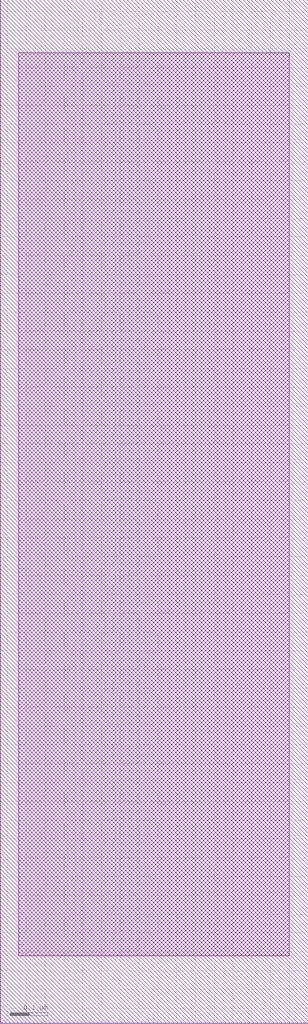
<source format=lef>
VERSION 5.7 ;
  NOWIREEXTENSIONATPIN ON ;
  DIVIDERCHAR "/" ;
  BUSBITCHARS "[]" ;
UNITS
  DATABASE MICRONS 200 ;
END UNITS

LAYER via2
  TYPE CUT ;
END via2

LAYER via
  TYPE CUT ;
END via

LAYER nwell
  TYPE MASTERSLICE ;
END nwell

LAYER via3
  TYPE CUT ;
END via3

LAYER pwell
  TYPE MASTERSLICE ;
END pwell

LAYER via4
  TYPE CUT ;
END via4

LAYER mcon
  TYPE CUT ;
END mcon

LAYER met6
  TYPE ROUTING ;
  WIDTH 0.030000 ;
  SPACING 0.040000 ;
  DIRECTION HORIZONTAL ;
END met6

LAYER met1
  TYPE ROUTING ;
  WIDTH 0.140000 ;
  SPACING 0.140000 ;
  DIRECTION HORIZONTAL ;
END met1

LAYER met3
  TYPE ROUTING ;
  WIDTH 0.300000 ;
  SPACING 0.300000 ;
  DIRECTION HORIZONTAL ;
END met3

LAYER met2
  TYPE ROUTING ;
  WIDTH 0.140000 ;
  SPACING 0.140000 ;
  DIRECTION HORIZONTAL ;
END met2

LAYER met4
  TYPE ROUTING ;
  WIDTH 0.300000 ;
  SPACING 0.300000 ;
  DIRECTION HORIZONTAL ;
END met4

LAYER met5
  TYPE ROUTING ;
  WIDTH 1.600000 ;
  SPACING 1.600000 ;
  DIRECTION HORIZONTAL ;
END met5

LAYER li1
  TYPE ROUTING ;
  WIDTH 0.170000 ;
  SPACING 0.170000 ;
  DIRECTION HORIZONTAL ;
END li1

MACRO sky130_hilas_nFETmed
  CLASS BLOCK ;
  FOREIGN sky130_hilas_nFETmed ;
  ORIGIN 0.120 0.440 ;
  SIZE 0.820 BY 2.720 ;
  OBS
      LAYER li1 ;
        RECT -0.070 -0.260 0.650 2.140 ;
  END
END sky130_hilas_nFETmed
END LIBRARY


</source>
